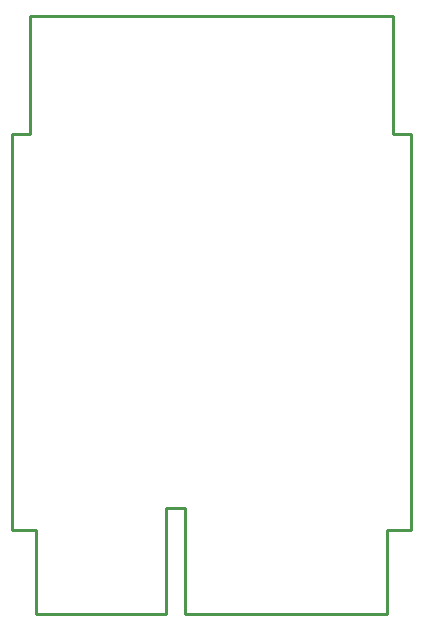
<source format=gko>
G04 Layer: BoardOutlineLayer*
G04 EasyEDA v6.5.23, 2023-05-05 12:33:24*
G04 99fe30585978489ba2b06a073ac4f22d,10*
G04 Gerber Generator version 0.2*
G04 Scale: 100 percent, Rotated: No, Reflected: No *
G04 Dimensions in millimeters *
G04 leading zeros omitted , absolute positions ,4 integer and 5 decimal *
%FSLAX45Y45*%
%MOMM*%

%ADD10C,0.2540*%
D10*
X5626100Y-2146300D02*
G01*
X5775299Y-2146300D01*
X2552700Y-2146300D02*
G01*
X2403500Y-2146300D01*
X2552700Y-1143000D02*
G01*
X5626100Y-1143000D01*
X2552700Y-1143000D02*
G01*
X2552700Y-2143000D01*
X5626100Y-1143000D02*
G01*
X5626100Y-2143000D01*
X5778500Y-5499100D02*
G01*
X5778500Y-2146300D01*
X2400300Y-2146300D02*
G01*
X2400300Y-5499100D01*
X2400300Y-5499100D02*
G01*
X2600299Y-5499100D01*
X3708400Y-6210300D02*
G01*
X2603500Y-6210300D01*
X2603500Y-5499100D02*
G01*
X2603500Y-6204899D01*
X5575300Y-6210300D02*
G01*
X3873500Y-6210300D01*
X5575300Y-5499100D02*
G01*
X5575300Y-6204899D01*
X5778500Y-5499100D02*
G01*
X5578500Y-5499100D01*
X3867150Y-5346700D02*
G01*
X3867150Y-5308600D01*
X3708400Y-5308600D01*
X3708400Y-6204965D01*
X3867254Y-6204899D02*
G01*
X3867254Y-5422900D01*
X3867254Y-5422900D02*
G01*
X3867254Y-5346700D01*

%LPD*%
M02*

</source>
